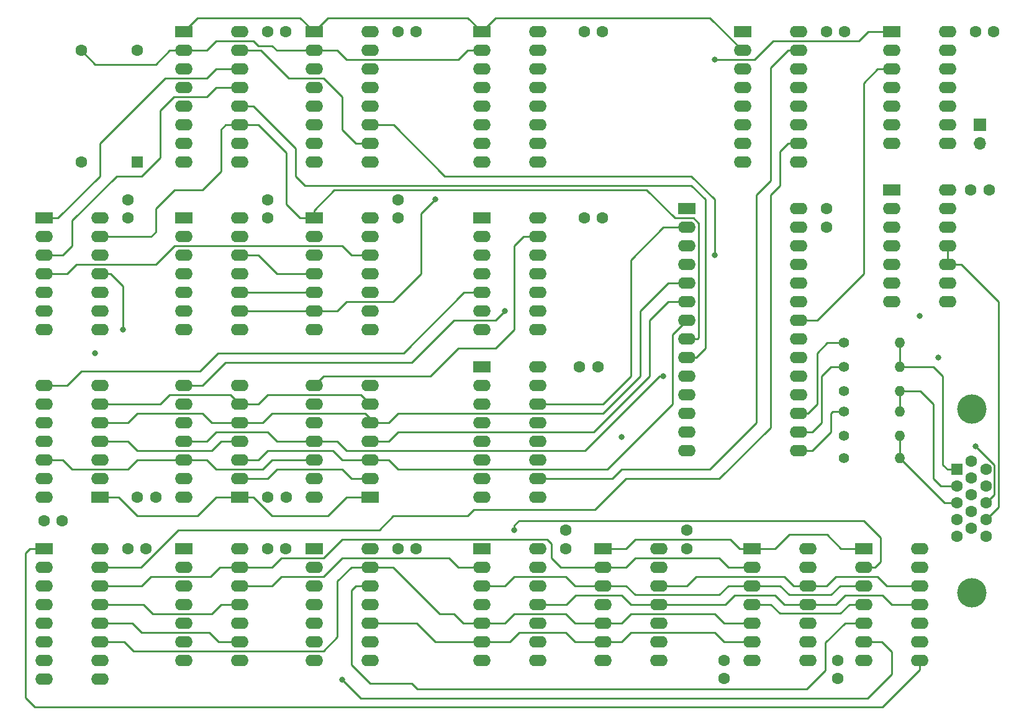
<source format=gbr>
%TF.GenerationSoftware,KiCad,Pcbnew,(5.1.8-0-10_14)*%
%TF.CreationDate,2020-12-16T20:41:27-08:00*%
%TF.ProjectId,BEN_VGA,42454e5f-5647-4412-9e6b-696361645f70,1.0*%
%TF.SameCoordinates,Original*%
%TF.FileFunction,Copper,L3,Inr*%
%TF.FilePolarity,Positive*%
%FSLAX46Y46*%
G04 Gerber Fmt 4.6, Leading zero omitted, Abs format (unit mm)*
G04 Created by KiCad (PCBNEW (5.1.8-0-10_14)) date 2020-12-16 20:41:27*
%MOMM*%
%LPD*%
G01*
G04 APERTURE LIST*
%TA.AperFunction,ComponentPad*%
%ADD10C,1.600000*%
%TD*%
%TA.AperFunction,ComponentPad*%
%ADD11O,2.400000X1.600000*%
%TD*%
%TA.AperFunction,ComponentPad*%
%ADD12R,2.400000X1.600000*%
%TD*%
%TA.AperFunction,ComponentPad*%
%ADD13R,1.600000X1.600000*%
%TD*%
%TA.AperFunction,ComponentPad*%
%ADD14O,1.700000X1.700000*%
%TD*%
%TA.AperFunction,ComponentPad*%
%ADD15R,1.700000X1.700000*%
%TD*%
%TA.AperFunction,ComponentPad*%
%ADD16O,1.400000X1.400000*%
%TD*%
%TA.AperFunction,ComponentPad*%
%ADD17C,1.400000*%
%TD*%
%TA.AperFunction,ComponentPad*%
%ADD18C,4.000000*%
%TD*%
%TA.AperFunction,ViaPad*%
%ADD19C,0.800000*%
%TD*%
%TA.AperFunction,Conductor*%
%ADD20C,0.254000*%
%TD*%
G04 APERTURE END LIST*
D10*
%TO.N,+5V*%
%TO.C,C22*%
X204470000Y-93980000D03*
%TO.N,GND*%
X204470000Y-96480000D03*
%TD*%
D11*
%TO.N,+5V*%
%TO.C,U12*%
X200660000Y-69850000D03*
%TO.N,GND*%
X193040000Y-87630000D03*
%TO.N,Net-(U12-Pad15)*%
X200660000Y-72390000D03*
%TO.N,+5V*%
X193040000Y-85090000D03*
%TO.N,/VSync/Q4*%
X200660000Y-74930000D03*
%TO.N,N/C*%
X193040000Y-82550000D03*
%TO.N,/VSync/Q5*%
X200660000Y-77470000D03*
%TO.N,N/C*%
X193040000Y-80010000D03*
%TO.N,/VSync/Q6*%
X200660000Y-80010000D03*
%TO.N,N/C*%
X193040000Y-77470000D03*
%TO.N,/VSync/Q7*%
X200660000Y-82550000D03*
%TO.N,N/C*%
X193040000Y-74930000D03*
%TO.N,Net-(U11-Pad15)*%
X200660000Y-85090000D03*
%TO.N,/HSync/264*%
X193040000Y-72390000D03*
%TO.N,+5V*%
X200660000Y-87630000D03*
D12*
%TO.N,Net-(U11-Pad1)*%
X193040000Y-69850000D03*
%TD*%
D11*
%TO.N,+5V*%
%TO.C,U10*%
X165100000Y-95250000D03*
%TO.N,GND*%
X157480000Y-110490000D03*
%TO.N,Net-(U10-Pad13)*%
X165100000Y-97790000D03*
%TO.N,Net-(U10-Pad2)*%
X157480000Y-107950000D03*
%TO.N,Net-(U10-Pad12)*%
X165100000Y-100330000D03*
%TO.N,Net-(U10-Pad5)*%
X157480000Y-105410000D03*
%TO.N,HSYNC*%
X165100000Y-102870000D03*
%TO.N,/HSync/HBLANK*%
X157480000Y-102870000D03*
%TO.N,HSYNC*%
X165100000Y-105410000D03*
%TO.N,/HSync/HBLANK*%
X157480000Y-100330000D03*
%TO.N,Net-(U10-Pad9)*%
X165100000Y-107950000D03*
%TO.N,Net-(U10-Pad2)*%
X157480000Y-97790000D03*
%TO.N,Net-(U10-Pad12)*%
X165100000Y-110490000D03*
D12*
%TO.N,/HSync/264*%
X157480000Y-95250000D03*
%TD*%
D11*
%TO.N,+5V*%
%TO.C,U23*%
X220980000Y-69850000D03*
%TO.N,GND*%
X213360000Y-85090000D03*
%TO.N,N/C*%
X220980000Y-72390000D03*
X213360000Y-82550000D03*
X220980000Y-74930000D03*
X213360000Y-80010000D03*
X220980000Y-77470000D03*
X213360000Y-77470000D03*
X220980000Y-80010000D03*
%TO.N,Net-(U22-Pad22)*%
X213360000Y-74930000D03*
%TO.N,N/C*%
X220980000Y-82550000D03*
%TO.N,/VSync/VBLANK*%
X213360000Y-72390000D03*
%TO.N,N/C*%
X220980000Y-85090000D03*
D12*
%TO.N,/HSync/HBLANK*%
X213360000Y-69850000D03*
%TD*%
D11*
%TO.N,GND*%
%TO.C,U19*%
X217170000Y-140335000D03*
%TO.N,+5V*%
X209550000Y-155575000D03*
%TO.N,N/C*%
X217170000Y-142875000D03*
%TO.N,/VSync/Q5*%
X209550000Y-153035000D03*
%TO.N,/VSync/Q4*%
X217170000Y-145415000D03*
%TO.N,Net-(U15-Pad12)*%
X209550000Y-150495000D03*
%TO.N,/VSync/Q6*%
X217170000Y-147955000D03*
%TO.N,/VSync/Q2*%
X209550000Y-147955000D03*
%TO.N,N/C*%
X217170000Y-150495000D03*
%TO.N,Net-(U14-Pad10)*%
X209550000Y-145415000D03*
%TO.N,N/C*%
X217170000Y-153035000D03*
%TO.N,Net-(U14-Pad12)*%
X209550000Y-142875000D03*
%TO.N,Net-(U11-Pad1)*%
X217170000Y-155575000D03*
D12*
%TO.N,/VSync/Q9*%
X209550000Y-140335000D03*
%TD*%
D11*
%TO.N,GND*%
%TO.C,U18*%
X201930000Y-140335000D03*
%TO.N,+5V*%
X194310000Y-155575000D03*
%TO.N,N/C*%
X201930000Y-142875000D03*
%TO.N,Net-(U15-Pad10)*%
X194310000Y-153035000D03*
%TO.N,/VSync/Q4*%
X201930000Y-145415000D03*
%TO.N,/VSync/Q3*%
X194310000Y-150495000D03*
%TO.N,/VSync/Q6*%
X201930000Y-147955000D03*
%TO.N,/VSync/Q2*%
X194310000Y-147955000D03*
%TO.N,N/C*%
X201930000Y-150495000D03*
%TO.N,Net-(U14-Pad10)*%
X194310000Y-145415000D03*
%TO.N,N/C*%
X201930000Y-153035000D03*
%TO.N,/VSync/Q0*%
X194310000Y-142875000D03*
%TO.N,Net-(U18-Pad8)*%
X201930000Y-155575000D03*
D12*
%TO.N,/VSync/Q9*%
X194310000Y-140335000D03*
%TD*%
D11*
%TO.N,+5V*%
%TO.C,U17*%
X181610000Y-140335000D03*
%TO.N,GND*%
X173990000Y-155575000D03*
%TO.N,N/C*%
X181610000Y-142875000D03*
%TO.N,Net-(U15-Pad10)*%
X173990000Y-153035000D03*
%TO.N,/VSync/Q4*%
X181610000Y-145415000D03*
%TO.N,/VSync/Q3*%
X173990000Y-150495000D03*
%TO.N,/VSync/Q6*%
X181610000Y-147955000D03*
%TO.N,Net-(U14-Pad8)*%
X173990000Y-147955000D03*
%TO.N,N/C*%
X181610000Y-150495000D03*
%TO.N,Net-(U14-Pad10)*%
X173990000Y-145415000D03*
%TO.N,N/C*%
X181610000Y-153035000D03*
%TO.N,/VSync/Q0*%
X173990000Y-142875000D03*
%TO.N,Net-(U17-Pad8)*%
X181610000Y-155575000D03*
D12*
%TO.N,/VSync/Q9*%
X173990000Y-140335000D03*
%TD*%
D11*
%TO.N,+5V*%
%TO.C,U16*%
X165100000Y-140335000D03*
%TO.N,GND*%
X157480000Y-155575000D03*
%TO.N,N/C*%
X165100000Y-142875000D03*
%TO.N,Net-(U15-Pad10)*%
X157480000Y-153035000D03*
%TO.N,/VSync/Q4*%
X165100000Y-145415000D03*
%TO.N,/VSync/Q3*%
X157480000Y-150495000D03*
%TO.N,/VSync/Q6*%
X165100000Y-147955000D03*
%TO.N,Net-(U14-Pad8)*%
X157480000Y-147955000D03*
%TO.N,N/C*%
X165100000Y-150495000D03*
%TO.N,Net-(U14-Pad10)*%
X157480000Y-145415000D03*
%TO.N,N/C*%
X165100000Y-153035000D03*
%TO.N,Net-(U14-Pad12)*%
X157480000Y-142875000D03*
%TO.N,Net-(U16-Pad8)*%
X165100000Y-155575000D03*
D12*
%TO.N,/VSync/Q9*%
X157480000Y-140335000D03*
%TD*%
D11*
%TO.N,+5V*%
%TO.C,U15*%
X142240000Y-140335000D03*
%TO.N,GND*%
X134620000Y-155575000D03*
%TO.N,/VSync/Q3*%
X142240000Y-142875000D03*
%TO.N,N/C*%
X134620000Y-153035000D03*
%TO.N,Net-(U15-Pad12)*%
X142240000Y-145415000D03*
%TO.N,N/C*%
X134620000Y-150495000D03*
%TO.N,/VSync/Q5*%
X142240000Y-147955000D03*
%TO.N,N/C*%
X134620000Y-147955000D03*
%TO.N,Net-(U15-Pad10)*%
X142240000Y-150495000D03*
%TO.N,N/C*%
X134620000Y-145415000D03*
X142240000Y-153035000D03*
X134620000Y-142875000D03*
X142240000Y-155575000D03*
D12*
X134620000Y-140335000D03*
%TD*%
D11*
%TO.N,+5V*%
%TO.C,U14*%
X124460000Y-140335000D03*
%TO.N,GND*%
X116840000Y-155575000D03*
%TO.N,/VSync/Q0*%
X124460000Y-142875000D03*
%TO.N,N/C*%
X116840000Y-153035000D03*
%TO.N,Net-(U14-Pad12)*%
X124460000Y-145415000D03*
%TO.N,N/C*%
X116840000Y-150495000D03*
%TO.N,/VSync/Q1*%
X124460000Y-147955000D03*
%TO.N,N/C*%
X116840000Y-147955000D03*
%TO.N,Net-(U14-Pad10)*%
X124460000Y-150495000D03*
%TO.N,N/C*%
X116840000Y-145415000D03*
%TO.N,/VSync/Q2*%
X124460000Y-153035000D03*
%TO.N,N/C*%
X116840000Y-142875000D03*
%TO.N,Net-(U14-Pad8)*%
X124460000Y-155575000D03*
D12*
%TO.N,N/C*%
X116840000Y-140335000D03*
%TD*%
D11*
%TO.N,+5V*%
%TO.C,U13*%
X165100000Y-115570000D03*
%TO.N,GND*%
X157480000Y-133350000D03*
%TO.N,N/C*%
X165100000Y-118110000D03*
%TO.N,+5V*%
X157480000Y-130810000D03*
%TO.N,/VSync/Q8*%
X165100000Y-120650000D03*
%TO.N,N/C*%
X157480000Y-128270000D03*
%TO.N,/VSync/Q9*%
X165100000Y-123190000D03*
%TO.N,N/C*%
X157480000Y-125730000D03*
X165100000Y-125730000D03*
X157480000Y-123190000D03*
X165100000Y-128270000D03*
X157480000Y-120650000D03*
%TO.N,Net-(U12-Pad15)*%
X165100000Y-130810000D03*
%TO.N,/HSync/264*%
X157480000Y-118110000D03*
%TO.N,+5V*%
X165100000Y-133350000D03*
D12*
%TO.N,Net-(U11-Pad1)*%
X157480000Y-115570000D03*
%TD*%
D11*
%TO.N,+5V*%
%TO.C,U11*%
X105410000Y-140335000D03*
%TO.N,GND*%
X97790000Y-158115000D03*
%TO.N,Net-(U11-Pad15)*%
X105410000Y-142875000D03*
%TO.N,+5V*%
X97790000Y-155575000D03*
%TO.N,/VSync/Q0*%
X105410000Y-145415000D03*
%TO.N,N/C*%
X97790000Y-153035000D03*
%TO.N,/VSync/Q1*%
X105410000Y-147955000D03*
%TO.N,N/C*%
X97790000Y-150495000D03*
%TO.N,/VSync/Q2*%
X105410000Y-150495000D03*
%TO.N,N/C*%
X97790000Y-147955000D03*
%TO.N,/VSync/Q3*%
X105410000Y-153035000D03*
%TO.N,N/C*%
X97790000Y-145415000D03*
%TO.N,+5V*%
X105410000Y-155575000D03*
%TO.N,/HSync/264*%
X97790000Y-142875000D03*
%TO.N,+5V*%
X105410000Y-158115000D03*
D12*
%TO.N,Net-(U11-Pad1)*%
X97790000Y-140335000D03*
%TD*%
D10*
%TO.N,GND*%
%TO.C,X1*%
X110490000Y-72390000D03*
%TO.N,/HSync/CLK*%
X102870000Y-72390000D03*
%TO.N,+5V*%
X102870000Y-87630000D03*
D13*
X110490000Y-87630000D03*
%TD*%
D11*
%TO.N,+5V*%
%TO.C,U20*%
X220980000Y-91440000D03*
%TO.N,GND*%
X213360000Y-106680000D03*
%TO.N,Net-(U18-Pad8)*%
X220980000Y-93980000D03*
%TO.N,Net-(U20-Pad2)*%
X213360000Y-104140000D03*
%TO.N,Net-(U20-Pad12)*%
X220980000Y-96520000D03*
%TO.N,Net-(U16-Pad8)*%
X213360000Y-101600000D03*
%TO.N,VSYNC*%
X220980000Y-99060000D03*
%TO.N,/VSync/VBLANK*%
X213360000Y-99060000D03*
%TO.N,VSYNC*%
X220980000Y-101600000D03*
%TO.N,/VSync/VBLANK*%
X213360000Y-96520000D03*
%TO.N,Net-(U17-Pad8)*%
X220980000Y-104140000D03*
%TO.N,Net-(U20-Pad2)*%
X213360000Y-93980000D03*
%TO.N,Net-(U20-Pad12)*%
X220980000Y-106680000D03*
D12*
%TO.N,Net-(U11-Pad1)*%
X213360000Y-91440000D03*
%TD*%
D11*
%TO.N,+5V*%
%TO.C,U9*%
X142240000Y-95250000D03*
%TO.N,GND*%
X134620000Y-110490000D03*
%TO.N,N/C*%
X142240000Y-97790000D03*
%TO.N,/HSync/Q8*%
X134620000Y-107950000D03*
%TO.N,Net-(U4-Pad4)*%
X142240000Y-100330000D03*
%TO.N,Net-(U5-Pad10)*%
X134620000Y-105410000D03*
%TO.N,Net-(U4-Pad6)*%
X142240000Y-102870000D03*
%TO.N,Net-(U5-Pad12)*%
X134620000Y-102870000D03*
%TO.N,N/C*%
X142240000Y-105410000D03*
%TO.N,Net-(U4-Pad8)*%
X134620000Y-100330000D03*
%TO.N,N/C*%
X142240000Y-107950000D03*
%TO.N,Net-(U4-Pad10)*%
X134620000Y-97790000D03*
%TO.N,/HSync/264*%
X142240000Y-110490000D03*
D12*
%TO.N,/HSync/Q3*%
X134620000Y-95250000D03*
%TD*%
D11*
%TO.N,+5V*%
%TO.C,U8*%
X134620000Y-133350000D03*
%TO.N,GND*%
X142240000Y-118110000D03*
%TO.N,N/C*%
X134620000Y-130810000D03*
%TO.N,/HSync/Q7*%
X142240000Y-120650000D03*
%TO.N,Net-(U4-Pad2)*%
X134620000Y-128270000D03*
%TO.N,/HSync/Q6*%
X142240000Y-123190000D03*
%TO.N,/HSync/Q1*%
X134620000Y-125730000D03*
%TO.N,/HSync/Q5*%
X142240000Y-125730000D03*
%TO.N,N/C*%
X134620000Y-123190000D03*
%TO.N,/HSync/Q4*%
X142240000Y-128270000D03*
%TO.N,N/C*%
X134620000Y-120650000D03*
%TO.N,Net-(U4-Pad12)*%
X142240000Y-130810000D03*
%TO.N,Net-(U10-Pad13)*%
X134620000Y-118110000D03*
D12*
%TO.N,Net-(U4-Pad6)*%
X142240000Y-133350000D03*
%TD*%
D11*
%TO.N,+5V*%
%TO.C,U7*%
X116840000Y-133350000D03*
%TO.N,GND*%
X124460000Y-118110000D03*
%TO.N,N/C*%
X116840000Y-130810000D03*
%TO.N,/HSync/Q7*%
X124460000Y-120650000D03*
%TO.N,Net-(U4-Pad2)*%
X116840000Y-128270000D03*
%TO.N,/HSync/Q6*%
X124460000Y-123190000D03*
%TO.N,/HSync/Q1*%
X116840000Y-125730000D03*
%TO.N,Net-(U4-Pad8)*%
X124460000Y-125730000D03*
%TO.N,N/C*%
X116840000Y-123190000D03*
%TO.N,/HSync/Q4*%
X124460000Y-128270000D03*
%TO.N,N/C*%
X116840000Y-120650000D03*
%TO.N,Net-(U4-Pad12)*%
X124460000Y-130810000D03*
%TO.N,Net-(U10-Pad9)*%
X116840000Y-118110000D03*
D12*
%TO.N,Net-(U4-Pad6)*%
X124460000Y-133350000D03*
%TD*%
D11*
%TO.N,+5V*%
%TO.C,U6*%
X97790000Y-133350000D03*
%TO.N,GND*%
X105410000Y-118110000D03*
%TO.N,N/C*%
X97790000Y-130810000D03*
%TO.N,/HSync/Q7*%
X105410000Y-120650000D03*
%TO.N,Net-(U4-Pad2)*%
X97790000Y-128270000D03*
%TO.N,/HSync/Q6*%
X105410000Y-123190000D03*
%TO.N,Net-(U4-Pad4)*%
X97790000Y-125730000D03*
%TO.N,Net-(U4-Pad8)*%
X105410000Y-125730000D03*
%TO.N,N/C*%
X97790000Y-123190000D03*
%TO.N,Net-(U4-Pad10)*%
X105410000Y-128270000D03*
%TO.N,N/C*%
X97790000Y-120650000D03*
%TO.N,/HSync/Q3*%
X105410000Y-130810000D03*
%TO.N,Net-(U10-Pad5)*%
X97790000Y-118110000D03*
D12*
%TO.N,Net-(U4-Pad6)*%
X105410000Y-133350000D03*
%TD*%
D11*
%TO.N,+5V*%
%TO.C,U3*%
X165100000Y-69850000D03*
%TO.N,GND*%
X157480000Y-87630000D03*
%TO.N,N/C*%
X165100000Y-72390000D03*
%TO.N,+5V*%
X157480000Y-85090000D03*
%TO.N,/HSync/Q8*%
X165100000Y-74930000D03*
%TO.N,N/C*%
X157480000Y-82550000D03*
X165100000Y-77470000D03*
X157480000Y-80010000D03*
X165100000Y-80010000D03*
X157480000Y-77470000D03*
X165100000Y-82550000D03*
X157480000Y-74930000D03*
%TO.N,Net-(U2-Pad15)*%
X165100000Y-85090000D03*
%TO.N,/HSync/CLK*%
X157480000Y-72390000D03*
%TO.N,+5V*%
X165100000Y-87630000D03*
D12*
%TO.N,/HSync/264*%
X157480000Y-69850000D03*
%TD*%
D11*
%TO.N,+5V*%
%TO.C,U2*%
X142240000Y-69850000D03*
%TO.N,GND*%
X134620000Y-87630000D03*
%TO.N,Net-(U2-Pad15)*%
X142240000Y-72390000D03*
%TO.N,+5V*%
X134620000Y-85090000D03*
%TO.N,/HSync/Q4*%
X142240000Y-74930000D03*
%TO.N,N/C*%
X134620000Y-82550000D03*
%TO.N,/HSync/Q5*%
X142240000Y-77470000D03*
%TO.N,N/C*%
X134620000Y-80010000D03*
%TO.N,/HSync/Q6*%
X142240000Y-80010000D03*
%TO.N,N/C*%
X134620000Y-77470000D03*
%TO.N,/HSync/Q7*%
X142240000Y-82550000D03*
%TO.N,N/C*%
X134620000Y-74930000D03*
%TO.N,Net-(U1-Pad15)*%
X142240000Y-85090000D03*
%TO.N,/HSync/CLK*%
X134620000Y-72390000D03*
%TO.N,+5V*%
X142240000Y-87630000D03*
D12*
%TO.N,/HSync/264*%
X134620000Y-69850000D03*
%TD*%
D11*
%TO.N,+5V*%
%TO.C,U1*%
X124460000Y-69850000D03*
%TO.N,GND*%
X116840000Y-87630000D03*
%TO.N,Net-(U1-Pad15)*%
X124460000Y-72390000D03*
%TO.N,+5V*%
X116840000Y-85090000D03*
%TO.N,/HSync/Q0*%
X124460000Y-74930000D03*
%TO.N,N/C*%
X116840000Y-82550000D03*
%TO.N,/HSync/Q1*%
X124460000Y-77470000D03*
%TO.N,N/C*%
X116840000Y-80010000D03*
%TO.N,/HSync/Q2*%
X124460000Y-80010000D03*
%TO.N,N/C*%
X116840000Y-77470000D03*
%TO.N,/HSync/Q3*%
X124460000Y-82550000D03*
%TO.N,N/C*%
X116840000Y-74930000D03*
%TO.N,+5V*%
X124460000Y-85090000D03*
%TO.N,/HSync/CLK*%
X116840000Y-72390000D03*
%TO.N,+5V*%
X124460000Y-87630000D03*
D12*
%TO.N,/HSync/264*%
X116840000Y-69850000D03*
%TD*%
D11*
%TO.N,+5V*%
%TO.C,U5*%
X124460000Y-95250000D03*
%TO.N,GND*%
X116840000Y-110490000D03*
%TO.N,/HSync/Q6*%
X124460000Y-97790000D03*
%TO.N,N/C*%
X116840000Y-107950000D03*
%TO.N,Net-(U5-Pad12)*%
X124460000Y-100330000D03*
%TO.N,N/C*%
X116840000Y-105410000D03*
%TO.N,/HSync/Q7*%
X124460000Y-102870000D03*
%TO.N,N/C*%
X116840000Y-102870000D03*
%TO.N,Net-(U5-Pad10)*%
X124460000Y-105410000D03*
%TO.N,N/C*%
X116840000Y-100330000D03*
%TO.N,/HSync/Q8*%
X124460000Y-107950000D03*
%TO.N,N/C*%
X116840000Y-97790000D03*
X124460000Y-110490000D03*
D12*
X116840000Y-95250000D03*
%TD*%
D11*
%TO.N,+5V*%
%TO.C,U4*%
X105410000Y-95250000D03*
%TO.N,GND*%
X97790000Y-110490000D03*
%TO.N,/HSync/Q3*%
X105410000Y-97790000D03*
%TO.N,Net-(U4-Pad6)*%
X97790000Y-107950000D03*
%TO.N,Net-(U4-Pad12)*%
X105410000Y-100330000D03*
%TO.N,/HSync/Q2*%
X97790000Y-105410000D03*
%TO.N,/HSync/Q4*%
X105410000Y-102870000D03*
%TO.N,Net-(U4-Pad4)*%
X97790000Y-102870000D03*
%TO.N,Net-(U4-Pad10)*%
X105410000Y-105410000D03*
%TO.N,/HSync/Q1*%
X97790000Y-100330000D03*
%TO.N,/HSync/Q5*%
X105410000Y-107950000D03*
%TO.N,Net-(U4-Pad2)*%
X97790000Y-97790000D03*
%TO.N,Net-(U4-Pad8)*%
X105410000Y-110490000D03*
D12*
%TO.N,/HSync/Q0*%
X97790000Y-95250000D03*
%TD*%
D11*
%TO.N,+5V*%
%TO.C,U22*%
X200660000Y-93980000D03*
%TO.N,GND*%
X185420000Y-127000000D03*
%TO.N,+5V*%
X200660000Y-96520000D03*
%TO.N,Net-(R4-Pad1)*%
X185420000Y-124460000D03*
%TO.N,/VSync/Q9*%
X200660000Y-99060000D03*
%TO.N,Net-(R5-Pad1)*%
X185420000Y-121920000D03*
%TO.N,/VSync/Q4*%
X200660000Y-101600000D03*
%TO.N,Net-(R6-Pad1)*%
X185420000Y-119380000D03*
%TO.N,/VSync/Q5*%
X200660000Y-104140000D03*
%TO.N,/HSync/Q1*%
X185420000Y-116840000D03*
%TO.N,/VSync/Q7*%
X200660000Y-106680000D03*
%TO.N,/HSync/Q2*%
X185420000Y-114300000D03*
%TO.N,Net-(U22-Pad22)*%
X200660000Y-109220000D03*
%TO.N,/HSync/Q3*%
X185420000Y-111760000D03*
%TO.N,/VSync/Q6*%
X200660000Y-111760000D03*
%TO.N,/HSync/Q4*%
X185420000Y-109220000D03*
%TO.N,GND*%
X200660000Y-114300000D03*
%TO.N,/HSync/Q5*%
X185420000Y-106680000D03*
%TO.N,N/C*%
X200660000Y-116840000D03*
%TO.N,/HSync/Q6*%
X185420000Y-104140000D03*
%TO.N,N/C*%
X200660000Y-119380000D03*
%TO.N,/HSync/Q7*%
X185420000Y-101600000D03*
%TO.N,Net-(R1-Pad1)*%
X200660000Y-121920000D03*
%TO.N,/VSync/Q3*%
X185420000Y-99060000D03*
%TO.N,Net-(R2-Pad1)*%
X200660000Y-124460000D03*
%TO.N,/VSync/Q8*%
X185420000Y-96520000D03*
%TO.N,Net-(R3-Pad1)*%
X200660000Y-127000000D03*
D12*
%TO.N,GND*%
X185420000Y-93980000D03*
%TD*%
D14*
%TO.N,GND*%
%TO.C,J2*%
X225425000Y-85090000D03*
D15*
%TO.N,+5V*%
X225425000Y-82550000D03*
%TD*%
D10*
%TO.N,+5V*%
%TO.C,C21*%
X224790000Y-69850000D03*
%TO.N,GND*%
X227290000Y-69850000D03*
%TD*%
%TO.N,+5V*%
%TO.C,C20*%
X224155000Y-91440000D03*
%TO.N,GND*%
X226655000Y-91440000D03*
%TD*%
%TO.N,+5V*%
%TO.C,C19*%
X205994000Y-155575000D03*
%TO.N,GND*%
X205994000Y-158075000D03*
%TD*%
%TO.N,+5V*%
%TO.C,C18*%
X190500000Y-155575000D03*
%TO.N,GND*%
X190500000Y-158075000D03*
%TD*%
%TO.N,+5V*%
%TO.C,C17*%
X185420000Y-140335000D03*
%TO.N,GND*%
X185420000Y-137835000D03*
%TD*%
%TO.N,+5V*%
%TO.C,C16*%
X168910000Y-140335000D03*
%TO.N,GND*%
X168910000Y-137835000D03*
%TD*%
%TO.N,+5V*%
%TO.C,C15*%
X146050000Y-140335000D03*
%TO.N,GND*%
X148550000Y-140335000D03*
%TD*%
%TO.N,+5V*%
%TO.C,C14*%
X128270000Y-140335000D03*
%TO.N,GND*%
X130770000Y-140335000D03*
%TD*%
%TO.N,+5V*%
%TO.C,C13*%
X170815000Y-115570000D03*
%TO.N,GND*%
X173315000Y-115570000D03*
%TD*%
%TO.N,+5V*%
%TO.C,C12*%
X204470000Y-69850000D03*
%TO.N,GND*%
X206970000Y-69850000D03*
%TD*%
%TO.N,+5V*%
%TO.C,C11*%
X109220000Y-140335000D03*
%TO.N,GND*%
X111720000Y-140335000D03*
%TD*%
%TO.N,+5V*%
%TO.C,C10*%
X171450000Y-95250000D03*
%TO.N,GND*%
X173950000Y-95250000D03*
%TD*%
%TO.N,+5V*%
%TO.C,C9*%
X146050000Y-95250000D03*
%TO.N,GND*%
X146050000Y-92750000D03*
%TD*%
%TO.N,+5V*%
%TO.C,C8*%
X130810000Y-133350000D03*
%TO.N,GND*%
X128310000Y-133350000D03*
%TD*%
%TO.N,+5V*%
%TO.C,C7*%
X113030000Y-133350000D03*
%TO.N,GND*%
X110530000Y-133350000D03*
%TD*%
%TO.N,+5V*%
%TO.C,C6*%
X97790000Y-136525000D03*
%TO.N,GND*%
X100290000Y-136525000D03*
%TD*%
%TO.N,+5V*%
%TO.C,C5*%
X128270000Y-95250000D03*
%TO.N,GND*%
X128270000Y-92750000D03*
%TD*%
%TO.N,+5V*%
%TO.C,C4*%
X109220000Y-95250000D03*
%TO.N,GND*%
X109220000Y-92750000D03*
%TD*%
%TO.N,+5V*%
%TO.C,C3*%
X171450000Y-69850000D03*
%TO.N,GND*%
X173950000Y-69850000D03*
%TD*%
%TO.N,+5V*%
%TO.C,C2*%
X146050000Y-69850000D03*
%TO.N,GND*%
X148550000Y-69850000D03*
%TD*%
%TO.N,+5V*%
%TO.C,C1*%
X128270000Y-69850000D03*
%TO.N,GND*%
X130770000Y-69850000D03*
%TD*%
D16*
%TO.N,Net-(J1-Pad3)*%
%TO.C,R6*%
X214503000Y-128016000D03*
D17*
%TO.N,Net-(R6-Pad1)*%
X206883000Y-128016000D03*
%TD*%
D16*
%TO.N,Net-(J1-Pad3)*%
%TO.C,R5*%
X214503000Y-124968000D03*
D17*
%TO.N,Net-(R5-Pad1)*%
X206883000Y-124968000D03*
%TD*%
D16*
%TO.N,Net-(J1-Pad2)*%
%TO.C,R4*%
X214503000Y-118872000D03*
D17*
%TO.N,Net-(R4-Pad1)*%
X206883000Y-118872000D03*
%TD*%
D16*
%TO.N,Net-(J1-Pad2)*%
%TO.C,R3*%
X214503000Y-121666000D03*
D17*
%TO.N,Net-(R3-Pad1)*%
X206883000Y-121666000D03*
%TD*%
D16*
%TO.N,Net-(J1-Pad1)*%
%TO.C,R2*%
X214503000Y-115570000D03*
D17*
%TO.N,Net-(R2-Pad1)*%
X206883000Y-115570000D03*
%TD*%
D16*
%TO.N,Net-(J1-Pad1)*%
%TO.C,R1*%
X214503000Y-112268000D03*
D17*
%TO.N,Net-(R1-Pad1)*%
X206883000Y-112268000D03*
%TD*%
D18*
%TO.N,N/C*%
%TO.C,J1*%
X224300000Y-121355000D03*
X224300000Y-146355000D03*
D10*
X226210000Y-138700000D03*
%TO.N,VSYNC*%
X226210000Y-136410000D03*
%TO.N,HSYNC*%
X226210000Y-134120000D03*
%TO.N,N/C*%
X226210000Y-131830000D03*
X226210000Y-129540000D03*
%TO.N,GND*%
X224230000Y-137555000D03*
%TO.N,N/C*%
X224230000Y-135265000D03*
%TO.N,GND*%
X224230000Y-132975000D03*
X224230000Y-130685000D03*
X224230000Y-128395000D03*
X222250000Y-138700000D03*
%TO.N,N/C*%
X222250000Y-136410000D03*
%TO.N,Net-(J1-Pad3)*%
X222250000Y-134120000D03*
%TO.N,Net-(J1-Pad2)*%
X222250000Y-131830000D03*
D13*
%TO.N,Net-(J1-Pad1)*%
X222250000Y-129540000D03*
%TD*%
D19*
%TO.N,HSYNC*%
X224790000Y-126365000D03*
%TO.N,/HSync/Q1*%
X182245000Y-116840000D03*
X104775000Y-113665006D03*
%TO.N,/HSync/Q4*%
X108585000Y-110490000D03*
%TO.N,/HSync/Q7*%
X189230000Y-100330000D03*
%TO.N,/HSync/HBLANK*%
X189230000Y-73660000D03*
%TO.N,/HSync/Q8*%
X151130000Y-92710006D03*
%TO.N,/VSync/Q9*%
X176530000Y-125095000D03*
%TO.N,/VSync/Q5*%
X219710000Y-114300000D03*
X138430000Y-158207014D03*
%TO.N,Net-(U14-Pad12)*%
X161925000Y-137795000D03*
%TO.N,Net-(U10-Pad9)*%
X160655000Y-107950000D03*
%TO.N,Net-(U16-Pad8)*%
X217170000Y-108585000D03*
%TD*%
D20*
%TO.N,/HSync/CLK*%
X102870000Y-72390000D02*
X104775000Y-74295000D01*
X104775000Y-74295000D02*
X113030000Y-74295000D01*
X114935000Y-72390000D02*
X116840000Y-72390000D01*
X113030000Y-74295000D02*
X114935000Y-72390000D01*
X155575000Y-72390000D02*
X157480000Y-72390000D01*
X139065000Y-73644010D02*
X154320990Y-73644010D01*
X129540000Y-72390000D02*
X137810990Y-72390000D01*
X128905000Y-71755000D02*
X129540000Y-72390000D01*
X121285000Y-71120000D02*
X126365000Y-71120000D01*
X126365000Y-71120000D02*
X127000000Y-71755000D01*
X154320990Y-73644010D02*
X155575000Y-72390000D01*
X120015000Y-72390000D02*
X121285000Y-71120000D01*
X127000000Y-71755000D02*
X128905000Y-71755000D01*
X137810990Y-72390000D02*
X139065000Y-73644010D01*
X116840000Y-72390000D02*
X120015000Y-72390000D01*
%TO.N,/HSync/264*%
X118745000Y-67945000D02*
X132715000Y-67945000D01*
X132715000Y-67945000D02*
X134620000Y-69850000D01*
X116840000Y-69850000D02*
X118745000Y-67945000D01*
X136525000Y-67945000D02*
X134620000Y-69850000D01*
X157480000Y-69850000D02*
X155575000Y-67945000D01*
X155575000Y-67945000D02*
X136525000Y-67945000D01*
X159385000Y-67945000D02*
X157480000Y-69850000D01*
X188595000Y-67945000D02*
X159385000Y-67945000D01*
X193040000Y-72390000D02*
X188595000Y-67945000D01*
%TO.N,HSYNC*%
X227337001Y-128912001D02*
X224790000Y-126365000D01*
X227337001Y-132992999D02*
X227337001Y-128912001D01*
X226210000Y-134120000D02*
X227337001Y-132992999D01*
%TO.N,Net-(J1-Pad3)*%
X214503000Y-128016000D02*
X214503000Y-124968000D01*
X220607000Y-134120000D02*
X214503000Y-128016000D01*
X222250000Y-134120000D02*
X220607000Y-134120000D01*
%TO.N,Net-(J1-Pad2)*%
X214503000Y-118872000D02*
X214503000Y-121666000D01*
X214630000Y-118745000D02*
X214503000Y-118872000D01*
X217297000Y-118872000D02*
X214503000Y-118872000D01*
X219075000Y-130810000D02*
X219075000Y-120650000D01*
X220095000Y-131830000D02*
X219075000Y-130810000D01*
X219075000Y-120650000D02*
X217297000Y-118872000D01*
X222250000Y-131830000D02*
X220095000Y-131830000D01*
%TO.N,Net-(J1-Pad1)*%
X214757000Y-115824000D02*
X214503000Y-115570000D01*
X214503000Y-112268000D02*
X214503000Y-115570000D01*
X220345000Y-128905000D02*
X220980000Y-129540000D01*
X220345000Y-116840000D02*
X220345000Y-128905000D01*
X219075000Y-115570000D02*
X220345000Y-116840000D01*
X220980000Y-129540000D02*
X222250000Y-129540000D01*
X214503000Y-115570000D02*
X219075000Y-115570000D01*
%TO.N,Net-(R1-Pad1)*%
X203200000Y-120650000D02*
X201930000Y-121920000D01*
X201930000Y-121920000D02*
X200660000Y-121920000D01*
X204597000Y-112268000D02*
X203200000Y-113665000D01*
X203200000Y-113665000D02*
X203200000Y-120650000D01*
X206883000Y-112268000D02*
X204597000Y-112268000D01*
%TO.N,Net-(R2-Pad1)*%
X203835000Y-123190000D02*
X203835000Y-116840000D01*
X205105000Y-115570000D02*
X206883000Y-115570000D01*
X202565000Y-124460000D02*
X203835000Y-123190000D01*
X203835000Y-116840000D02*
X205105000Y-115570000D01*
X200660000Y-124460000D02*
X202565000Y-124460000D01*
%TO.N,Net-(R3-Pad1)*%
X205359000Y-121666000D02*
X206883000Y-121666000D01*
X205105000Y-124460000D02*
X205105000Y-121920000D01*
X205105000Y-121920000D02*
X205359000Y-121666000D01*
X202565000Y-127000000D02*
X205105000Y-124460000D01*
X200660000Y-127000000D02*
X202565000Y-127000000D01*
%TO.N,/HSync/Q1*%
X120030990Y-78724010D02*
X121285000Y-77470000D01*
X115952553Y-78724010D02*
X120030990Y-78724010D01*
X121285000Y-77470000D02*
X124460000Y-77470000D01*
X171519315Y-127000000D02*
X181679315Y-116840000D01*
X139065000Y-127000000D02*
X171519315Y-127000000D01*
X129540000Y-125730000D02*
X137795000Y-125730000D01*
X121269010Y-124475990D02*
X128285990Y-124475990D01*
X181679315Y-116840000D02*
X182245000Y-116840000D01*
X120015000Y-125730000D02*
X121269010Y-124475990D01*
X128285990Y-124475990D02*
X129540000Y-125730000D01*
X137795000Y-125730000D02*
X139065000Y-127000000D01*
X116840000Y-125730000D02*
X120015000Y-125730000D01*
X116205000Y-78740000D02*
X116220990Y-78724010D01*
X113665000Y-80601998D02*
X115526998Y-78740000D01*
X113665000Y-86995000D02*
X113665000Y-80601998D01*
X111125000Y-89535000D02*
X113665000Y-86995000D01*
X107681563Y-89535000D02*
X111125000Y-89535000D01*
X115526998Y-78740000D02*
X116205000Y-78740000D01*
X101600000Y-95616563D02*
X107681563Y-89535000D01*
X101600000Y-99060000D02*
X101600000Y-95616563D01*
X100330000Y-100330000D02*
X101600000Y-99060000D01*
X97790000Y-100330000D02*
X100330000Y-100330000D01*
%TO.N,/HSync/Q2*%
X186690000Y-114300000D02*
X185420000Y-114300000D01*
X187960000Y-113030000D02*
X186690000Y-114300000D01*
X187960000Y-92710000D02*
X187960000Y-113030000D01*
X186055000Y-90805000D02*
X187960000Y-92710000D01*
X132080000Y-89535000D02*
X133350000Y-90805000D01*
X132080000Y-85725000D02*
X132080000Y-89535000D01*
X133350000Y-90805000D02*
X186055000Y-90805000D01*
X126365000Y-80010000D02*
X132080000Y-85725000D01*
X124460000Y-80010000D02*
X126365000Y-80010000D01*
%TO.N,/HSync/Q3*%
X130810000Y-86360000D02*
X127000000Y-82550000D01*
X127000000Y-82550000D02*
X124460000Y-82550000D01*
X130810000Y-93345000D02*
X130810000Y-86360000D01*
X132715000Y-95250000D02*
X130810000Y-93345000D01*
X134620000Y-95250000D02*
X132715000Y-95250000D01*
X137376000Y-91440000D02*
X134620000Y-94196000D01*
X185420000Y-111760000D02*
X186874000Y-111760000D01*
X186339427Y-95265990D02*
X183794834Y-95265990D01*
X187074010Y-96000573D02*
X186339427Y-95265990D01*
X179968844Y-91440000D02*
X137376000Y-91440000D01*
X183794834Y-95265990D02*
X179968844Y-91440000D01*
X187074010Y-111559990D02*
X187074010Y-96000573D01*
X134620000Y-94196000D02*
X134620000Y-95250000D01*
X186874000Y-111760000D02*
X187074010Y-111559990D01*
X121920000Y-83185000D02*
X122555000Y-82550000D01*
X121920000Y-88900000D02*
X121920000Y-83185000D01*
X119380000Y-91440000D02*
X121920000Y-88900000D01*
X115570000Y-91440000D02*
X119380000Y-91440000D01*
X122555000Y-82550000D02*
X124460000Y-82550000D01*
X113030000Y-93980000D02*
X115570000Y-91440000D01*
X112395000Y-97790000D02*
X113030000Y-97155000D01*
X113030000Y-97155000D02*
X113030000Y-93980000D01*
X105410000Y-97790000D02*
X112395000Y-97790000D01*
%TO.N,/HSync/Q4*%
X183515000Y-111125000D02*
X185420000Y-109220000D01*
X183515000Y-120650000D02*
X183515000Y-111125000D01*
X174625000Y-129540000D02*
X183515000Y-120650000D01*
X172085000Y-129540000D02*
X174625000Y-129540000D01*
X127000000Y-128270000D02*
X124460000Y-128270000D01*
X128254010Y-127015990D02*
X127000000Y-128270000D01*
X137175990Y-127015990D02*
X128254010Y-127015990D01*
X144780000Y-128270000D02*
X138430000Y-128270000D01*
X138430000Y-128270000D02*
X137175990Y-127015990D01*
X146050000Y-129540000D02*
X144780000Y-128270000D01*
X174625000Y-129540000D02*
X146050000Y-129540000D01*
X108585000Y-104591000D02*
X108585000Y-110490000D01*
X105410000Y-102870000D02*
X106864000Y-102870000D01*
X106864000Y-102870000D02*
X108585000Y-104591000D01*
%TO.N,/HSync/Q5*%
X182880000Y-106680000D02*
X185420000Y-106680000D01*
X180340000Y-116840000D02*
X180340000Y-109220000D01*
X172720000Y-124460000D02*
X180340000Y-116840000D01*
X144780000Y-125730000D02*
X146050000Y-124460000D01*
X146050000Y-124460000D02*
X172720000Y-124460000D01*
X180340000Y-109220000D02*
X182880000Y-106680000D01*
X142240000Y-125730000D02*
X144780000Y-125730000D01*
%TO.N,/HSync/Q6*%
X119395990Y-121935990D02*
X110474010Y-121935990D01*
X120650000Y-123190000D02*
X119395990Y-121935990D01*
X124460000Y-123190000D02*
X120650000Y-123190000D01*
X109220000Y-123190000D02*
X105410000Y-123190000D01*
X110474010Y-121935990D02*
X109220000Y-123190000D01*
X113014010Y-121935990D02*
X110474010Y-121935990D01*
X127635000Y-123190000D02*
X124460000Y-123190000D01*
X128889010Y-121935990D02*
X127635000Y-123190000D01*
X142875000Y-123190000D02*
X141620990Y-121935990D01*
X144780000Y-123190000D02*
X142875000Y-123190000D01*
X146050000Y-121920000D02*
X144780000Y-123190000D01*
X141620990Y-121935990D02*
X128889010Y-121935990D01*
X179070000Y-116840000D02*
X173990000Y-121920000D01*
X179070000Y-107950000D02*
X179070000Y-116840000D01*
X173990000Y-121920000D02*
X146050000Y-121920000D01*
X182880000Y-104140000D02*
X179070000Y-107950000D01*
X185420000Y-104140000D02*
X182880000Y-104140000D01*
%TO.N,/HSync/Q7*%
X113030000Y-120650000D02*
X105410000Y-120650000D01*
X114919010Y-119395990D02*
X113665000Y-120650000D01*
X113665000Y-120650000D02*
X110490000Y-120650000D01*
X123205990Y-119395990D02*
X114919010Y-119395990D01*
X124460000Y-120650000D02*
X123205990Y-119395990D01*
X127000000Y-120650000D02*
X124460000Y-120650000D01*
X128270000Y-119380000D02*
X127000000Y-120650000D01*
X140970000Y-119380000D02*
X128270000Y-119380000D01*
X142240000Y-120650000D02*
X140970000Y-119380000D01*
X189230000Y-92709295D02*
X189230000Y-100330000D01*
X186055705Y-89535000D02*
X189230000Y-92709295D01*
X152445000Y-89535000D02*
X186055705Y-89535000D01*
X145460000Y-82550000D02*
X152445000Y-89535000D01*
X142240000Y-82550000D02*
X145460000Y-82550000D01*
%TO.N,/HSync/HBLANK*%
X210185000Y-69850000D02*
X213360000Y-69850000D01*
X208915000Y-71120000D02*
X210185000Y-69850000D01*
X197210502Y-71120000D02*
X208915000Y-71120000D01*
X194670502Y-73660000D02*
X197210502Y-71120000D01*
X189230000Y-73660000D02*
X194670502Y-73660000D01*
%TO.N,/HSync/Q0*%
X120030990Y-76184010D02*
X121285000Y-74930000D01*
X114315990Y-76184010D02*
X120030990Y-76184010D01*
X121285000Y-74930000D02*
X124460000Y-74930000D01*
X97790000Y-95250000D02*
X99695000Y-95250000D01*
X105410000Y-89535000D02*
X105410000Y-85090000D01*
X99695000Y-95250000D02*
X105410000Y-89535000D01*
X105410000Y-85090000D02*
X114315990Y-76184010D01*
%TO.N,/HSync/Q8*%
X124460000Y-107950000D02*
X134620000Y-107950000D01*
X149225000Y-94615006D02*
X151130000Y-92710006D01*
X137795000Y-107950000D02*
X139080990Y-106664010D01*
X149225000Y-102870000D02*
X149225000Y-94615006D01*
X139080990Y-106664010D02*
X145430990Y-106664010D01*
X145430990Y-106664010D02*
X149225000Y-102870000D01*
X134620000Y-107950000D02*
X137795000Y-107950000D01*
%TO.N,VSYNC*%
X220980000Y-99060000D02*
X220980000Y-101600000D01*
X227330000Y-106045000D02*
X222885000Y-101600000D01*
X226210000Y-136410000D02*
X227965000Y-134655000D01*
X227965000Y-134655000D02*
X227965000Y-106680000D01*
X222885000Y-101600000D02*
X220980000Y-101600000D01*
X227965000Y-106680000D02*
X222885000Y-101600000D01*
%TO.N,/VSync/Q9*%
X177165000Y-140335000D02*
X173990000Y-140335000D01*
X178419010Y-139080990D02*
X177165000Y-140335000D01*
X191347990Y-139080990D02*
X178419010Y-139080990D01*
X192602000Y-140335000D02*
X191347990Y-139080990D01*
X194310000Y-140335000D02*
X192602000Y-140335000D01*
X197485000Y-140335000D02*
X194310000Y-140335000D01*
X199390000Y-138430000D02*
X197485000Y-140335000D01*
X204568500Y-138430000D02*
X199390000Y-138430000D01*
X206473500Y-140335000D02*
X204568500Y-138430000D01*
X209550000Y-140335000D02*
X206473500Y-140335000D01*
%TO.N,/VSync/Q4*%
X204470000Y-145415000D02*
X201930000Y-145415000D01*
X205724010Y-144160990D02*
X204470000Y-145415000D01*
X211470990Y-144160990D02*
X205724010Y-144160990D01*
X212725000Y-145415000D02*
X211470990Y-144160990D01*
X217170000Y-145415000D02*
X212725000Y-145415000D01*
X185420000Y-145415000D02*
X181610000Y-145415000D01*
X198770990Y-144160990D02*
X186674010Y-144160990D01*
X200025000Y-145415000D02*
X198770990Y-144160990D01*
X186674010Y-144160990D02*
X185420000Y-145415000D01*
X201930000Y-145415000D02*
X200025000Y-145415000D01*
%TO.N,/VSync/Q5*%
X140950997Y-160728011D02*
X138430000Y-158207014D01*
X211991500Y-153035000D02*
X213360000Y-154403500D01*
X213360000Y-157480000D02*
X210111989Y-160728011D01*
X210111989Y-160728011D02*
X140950997Y-160728011D01*
X209550000Y-153035000D02*
X211991500Y-153035000D01*
X213360000Y-154403500D02*
X213360000Y-157480000D01*
%TO.N,/VSync/Q6*%
X190683281Y-147955000D02*
X181610000Y-147955000D01*
X191937291Y-146700990D02*
X190683281Y-147955000D01*
X197500990Y-146700990D02*
X191937291Y-146700990D01*
X198755000Y-147955000D02*
X197500990Y-146700990D01*
X201930000Y-147955000D02*
X198755000Y-147955000D01*
X170324990Y-146685000D02*
X169054990Y-147955000D01*
X176551501Y-146685000D02*
X170324990Y-146685000D01*
X177821501Y-147955000D02*
X176551501Y-146685000D01*
X169054990Y-147955000D02*
X165100000Y-147955000D01*
X181610000Y-147955000D02*
X177821501Y-147955000D01*
X205740000Y-147955000D02*
X201930000Y-147955000D01*
X206994010Y-146700990D02*
X205740000Y-147955000D01*
X212105990Y-146700990D02*
X206994010Y-146700990D01*
X213360000Y-147955000D02*
X212105990Y-146700990D01*
X217170000Y-147955000D02*
X213360000Y-147955000D01*
%TO.N,/VSync/Q3*%
X176530000Y-150495000D02*
X173990000Y-150495000D01*
X177784010Y-149240990D02*
X176530000Y-150495000D01*
X190500000Y-150495000D02*
X189245990Y-149240990D01*
X189245990Y-149240990D02*
X177784010Y-149240990D01*
X194310000Y-150495000D02*
X190500000Y-150495000D01*
X160655000Y-150495000D02*
X157480000Y-150495000D01*
X168910000Y-149225000D02*
X161925000Y-149225000D01*
X170180000Y-150495000D02*
X168910000Y-149225000D01*
X161925000Y-149225000D02*
X160655000Y-150495000D01*
X173990000Y-150495000D02*
X170180000Y-150495000D01*
X135890000Y-154305000D02*
X137795000Y-152400000D01*
X137795000Y-144780000D02*
X139700000Y-142875000D01*
X139700000Y-142875000D02*
X142240000Y-142875000D01*
X137795000Y-152400000D02*
X137795000Y-144780000D01*
X113030000Y-154305000D02*
X135890000Y-154305000D01*
X109982000Y-154305000D02*
X113030000Y-154305000D01*
X108712000Y-153035000D02*
X109982000Y-154305000D01*
X105410000Y-153035000D02*
X108712000Y-153035000D01*
X151765000Y-149225000D02*
X145415000Y-142875000D01*
X154940000Y-150495000D02*
X153670000Y-149225000D01*
X145415000Y-142875000D02*
X142240000Y-142875000D01*
X153670000Y-149225000D02*
X151765000Y-149225000D01*
X157480000Y-150495000D02*
X154940000Y-150495000D01*
%TO.N,/VSync/Q8*%
X177800000Y-100965000D02*
X182245000Y-96520000D01*
X182245000Y-96520000D02*
X185420000Y-96520000D01*
X177800000Y-116840000D02*
X177800000Y-100965000D01*
X173990000Y-120650000D02*
X177800000Y-116840000D01*
X165100000Y-120650000D02*
X173990000Y-120650000D01*
%TO.N,Net-(U14-Pad12)*%
X153035000Y-141605000D02*
X154305000Y-142875000D01*
X154305000Y-142875000D02*
X157480000Y-142875000D01*
X138430000Y-141605000D02*
X153035000Y-141605000D01*
X162559996Y-136525000D02*
X161925000Y-137159996D01*
X161925000Y-137159996D02*
X161925000Y-137795000D01*
X209550000Y-136525000D02*
X162559996Y-136525000D01*
X211836000Y-142113000D02*
X211836000Y-138811000D01*
X211074000Y-142875000D02*
X211836000Y-142113000D01*
X211836000Y-138811000D02*
X209550000Y-136525000D01*
X209550000Y-142875000D02*
X211074000Y-142875000D01*
X124460000Y-145415000D02*
X128905000Y-145415000D01*
X128905000Y-145415000D02*
X130175000Y-144145000D01*
X135890000Y-144145000D02*
X138430000Y-141605000D01*
X130175000Y-144145000D02*
X135890000Y-144145000D01*
%TO.N,Net-(U14-Pad10)*%
X189880990Y-146669010D02*
X191135000Y-145415000D01*
X178419010Y-146669010D02*
X189880990Y-146669010D01*
X177165000Y-145415000D02*
X178419010Y-146669010D01*
X191135000Y-145415000D02*
X194310000Y-145415000D01*
X173990000Y-145415000D02*
X177165000Y-145415000D01*
X198120000Y-145415000D02*
X194310000Y-145415000D01*
X199374010Y-146669010D02*
X198120000Y-145415000D01*
X206375000Y-145415000D02*
X205120990Y-146669010D01*
X205120990Y-146669010D02*
X199374010Y-146669010D01*
X209550000Y-145415000D02*
X206375000Y-145415000D01*
X160655000Y-145415000D02*
X157480000Y-145415000D01*
X161925000Y-144145000D02*
X160655000Y-145415000D01*
X170180000Y-145415000D02*
X168910000Y-144145000D01*
X173990000Y-145415000D02*
X170180000Y-145415000D01*
X168910000Y-144145000D02*
X161925000Y-144145000D01*
%TO.N,/VSync/Q0*%
X177165000Y-142875000D02*
X173990000Y-142875000D01*
X178419010Y-141620990D02*
X177165000Y-142875000D01*
X191135000Y-142875000D02*
X189880990Y-141620990D01*
X189880990Y-141620990D02*
X178419010Y-141620990D01*
X194310000Y-142875000D02*
X191135000Y-142875000D01*
X168275000Y-142875000D02*
X173990000Y-142875000D01*
X167005000Y-141605000D02*
X168275000Y-142875000D01*
X138430000Y-139065000D02*
X166368590Y-139065000D01*
X167005000Y-139701410D02*
X167005000Y-141605000D01*
X166368590Y-139065000D02*
X167005000Y-139701410D01*
X112395000Y-144145000D02*
X114300000Y-144145000D01*
X111125000Y-145415000D02*
X112395000Y-144145000D01*
X105410000Y-145415000D02*
X111125000Y-145415000D01*
X121775010Y-142875000D02*
X124460000Y-142875000D01*
X120505010Y-144145000D02*
X121775010Y-142875000D01*
X114300000Y-144145000D02*
X120505010Y-144145000D01*
X124460000Y-142875000D02*
X128905000Y-142875000D01*
X128905000Y-142875000D02*
X130175000Y-141605000D01*
X130175000Y-141605000D02*
X135890000Y-141605000D01*
X135890000Y-141605000D02*
X138430000Y-139065000D01*
%TO.N,/VSync/Q1*%
X121920000Y-147955000D02*
X124460000Y-147955000D01*
X120650000Y-149225000D02*
X121920000Y-147955000D01*
X114808000Y-149225000D02*
X120650000Y-149225000D01*
X112649000Y-149225000D02*
X114935000Y-149225000D01*
X111379000Y-147955000D02*
X112649000Y-149225000D01*
X105410000Y-147955000D02*
X111379000Y-147955000D01*
%TO.N,/VSync/Q2*%
X206390990Y-149209010D02*
X207645000Y-147955000D01*
X198104010Y-149209010D02*
X206390990Y-149209010D01*
X207645000Y-147955000D02*
X209550000Y-147955000D01*
X196850000Y-147955000D02*
X198104010Y-149209010D01*
X194310000Y-147955000D02*
X196850000Y-147955000D01*
X120332500Y-151765000D02*
X112903000Y-151765000D01*
X121602500Y-153035000D02*
X120332500Y-151765000D01*
X124460000Y-153035000D02*
X121602500Y-153035000D01*
X109855000Y-150495000D02*
X105410000Y-150495000D01*
X111125000Y-151765000D02*
X109855000Y-150495000D01*
X114300000Y-151765000D02*
X111125000Y-151765000D01*
%TO.N,Net-(U1-Pad15)*%
X140335000Y-85090000D02*
X142240000Y-85090000D01*
X138430000Y-83185000D02*
X140335000Y-85090000D01*
X138430000Y-78740000D02*
X138430000Y-83185000D01*
X127317500Y-72390000D02*
X131127500Y-76200000D01*
X135890000Y-76200000D02*
X138430000Y-78740000D01*
X131127500Y-76200000D02*
X135890000Y-76200000D01*
X124460000Y-72390000D02*
X127317500Y-72390000D01*
%TO.N,Net-(U4-Pad6)*%
X107950000Y-133350000D02*
X110490000Y-135890000D01*
X110490000Y-135890000D02*
X114300000Y-135890000D01*
X105410000Y-133350000D02*
X107950000Y-133350000D01*
X139065000Y-133350000D02*
X142240000Y-133350000D01*
X128905000Y-135890000D02*
X136525000Y-135890000D01*
X126365000Y-133350000D02*
X128905000Y-135890000D01*
X136525000Y-135890000D02*
X139065000Y-133350000D01*
X124460000Y-133350000D02*
X126365000Y-133350000D01*
X121285000Y-133350000D02*
X124460000Y-133350000D01*
X118745000Y-135890000D02*
X121285000Y-133350000D01*
X111760000Y-135890000D02*
X118745000Y-135890000D01*
%TO.N,Net-(U4-Pad12)*%
X128270000Y-130810000D02*
X124460000Y-130810000D01*
X129524010Y-129555990D02*
X128270000Y-130810000D01*
X139684010Y-130810000D02*
X138430000Y-129555990D01*
X138430000Y-129555990D02*
X129524010Y-129555990D01*
X142240000Y-130810000D02*
X139684010Y-130810000D01*
%TO.N,Net-(U4-Pad4)*%
X139700000Y-100330000D02*
X142240000Y-100330000D01*
X115570000Y-99060000D02*
X138430000Y-99060000D01*
X138430000Y-99060000D02*
X139700000Y-100330000D01*
X113030000Y-101600000D02*
X115570000Y-99060000D01*
X100965000Y-102870000D02*
X102235000Y-101600000D01*
X102235000Y-101600000D02*
X113030000Y-101600000D01*
X97790000Y-102870000D02*
X100965000Y-102870000D01*
%TO.N,Net-(U4-Pad2)*%
X110490000Y-128270000D02*
X116840000Y-128270000D01*
X110490000Y-128270000D02*
X113030000Y-128270000D01*
X109235990Y-129524010D02*
X110490000Y-128270000D01*
X101584010Y-129524010D02*
X109235990Y-129524010D01*
X100330000Y-128270000D02*
X101584010Y-129524010D01*
X97790000Y-128270000D02*
X100330000Y-128270000D01*
X127650990Y-129524010D02*
X128905000Y-128270000D01*
X121269010Y-129524010D02*
X127650990Y-129524010D01*
X128905000Y-128270000D02*
X134620000Y-128270000D01*
X120015000Y-128270000D02*
X121269010Y-129524010D01*
X116840000Y-128270000D02*
X120015000Y-128270000D01*
%TO.N,Net-(U4-Pad8)*%
X109220000Y-125730000D02*
X105410000Y-125730000D01*
X110474010Y-126984010D02*
X109220000Y-125730000D01*
X113014010Y-126984010D02*
X110474010Y-126984010D01*
X120665990Y-126984010D02*
X110474010Y-126984010D01*
X121920000Y-125730000D02*
X120665990Y-126984010D01*
X124460000Y-125730000D02*
X121920000Y-125730000D01*
%TO.N,Net-(U5-Pad12)*%
X127000000Y-100330000D02*
X124460000Y-100330000D01*
X129540000Y-102870000D02*
X127000000Y-100330000D01*
X134620000Y-102870000D02*
X129540000Y-102870000D01*
%TO.N,Net-(U5-Pad10)*%
X134620000Y-105410000D02*
X124460000Y-105410000D01*
%TO.N,Net-(U10-Pad5)*%
X102927020Y-116147980D02*
X100965000Y-118110000D01*
X119027597Y-116147980D02*
X102927020Y-116147980D01*
X100965000Y-118110000D02*
X97790000Y-118110000D01*
X157480000Y-105410000D02*
X155074361Y-105410000D01*
X121510577Y-113665000D02*
X119027597Y-116147980D01*
X146819361Y-113665000D02*
X121510577Y-113665000D01*
X155074361Y-105410000D02*
X146819361Y-113665000D01*
%TO.N,Net-(U10-Pad9)*%
X153670000Y-109220000D02*
X159385000Y-109220000D01*
X116840000Y-118110000D02*
X119380000Y-118110000D01*
X119380000Y-118110000D02*
X122555000Y-114935000D01*
X122555000Y-114935000D02*
X147955000Y-114935000D01*
X159385000Y-109220000D02*
X160655000Y-107950000D01*
X147955000Y-114935000D02*
X153670000Y-109220000D01*
%TO.N,Net-(U10-Pad13)*%
X135874010Y-116855990D02*
X134620000Y-118110000D01*
X150479010Y-116855990D02*
X135874010Y-116855990D01*
X154305000Y-113030000D02*
X150479010Y-116855990D01*
X159385000Y-113030000D02*
X154305000Y-113030000D01*
X161925000Y-110490000D02*
X159385000Y-113030000D01*
X161925000Y-99060000D02*
X161925000Y-110490000D01*
X163195000Y-97790000D02*
X161925000Y-99060000D01*
X165100000Y-97790000D02*
X163195000Y-97790000D01*
%TO.N,Net-(U11-Pad15)*%
X199210000Y-85090000D02*
X200660000Y-85090000D01*
X198120000Y-86180000D02*
X199210000Y-85090000D01*
X198120000Y-90805000D02*
X198120000Y-86180000D01*
X172935010Y-135039990D02*
X177165000Y-130810000D01*
X156425010Y-135039990D02*
X172935010Y-135039990D01*
X155575000Y-135890000D02*
X156425010Y-135039990D01*
X196850000Y-92075000D02*
X198120000Y-90805000D01*
X145415000Y-135890000D02*
X155575000Y-135890000D01*
X196850000Y-123825000D02*
X196850000Y-92075000D01*
X189865000Y-130810000D02*
X196850000Y-123825000D01*
X177165000Y-130810000D02*
X189865000Y-130810000D01*
X110998000Y-142875000D02*
X116078000Y-137795000D01*
X143510000Y-137795000D02*
X145415000Y-135890000D01*
X116078000Y-137795000D02*
X143510000Y-137795000D01*
X105410000Y-142875000D02*
X110998000Y-142875000D01*
%TO.N,Net-(U11-Pad1)*%
X212090000Y-161925000D02*
X217170000Y-156845000D01*
X96520000Y-161925000D02*
X212090000Y-161925000D01*
X97790000Y-140335000D02*
X95885000Y-140335000D01*
X95250000Y-160655000D02*
X96520000Y-161925000D01*
X217170000Y-156845000D02*
X217170000Y-155575000D01*
X95250000Y-140970000D02*
X95250000Y-160655000D01*
X95885000Y-140335000D02*
X95250000Y-140970000D01*
%TO.N,Net-(U12-Pad15)*%
X199210000Y-72390000D02*
X200660000Y-72390000D01*
X196850000Y-74750000D02*
X199210000Y-72390000D01*
X194945000Y-92075000D02*
X196850000Y-90170000D01*
X196850000Y-90170000D02*
X196850000Y-74750000D01*
X194945000Y-123190000D02*
X194945000Y-92075000D01*
X188595000Y-129540000D02*
X194945000Y-123190000D01*
X176530000Y-129540000D02*
X188595000Y-129540000D01*
X175260000Y-130810000D02*
X176530000Y-129540000D01*
X165100000Y-130810000D02*
X175260000Y-130810000D01*
%TO.N,Net-(U15-Pad12)*%
X201803000Y-159512000D02*
X191459038Y-159512000D01*
X204343000Y-156972000D02*
X201803000Y-159512000D01*
X204343000Y-153162000D02*
X204343000Y-156972000D01*
X207010000Y-150495000D02*
X204343000Y-153162000D01*
X209550000Y-150495000D02*
X207010000Y-150495000D01*
X140335000Y-145415000D02*
X142240000Y-145415000D01*
X139700000Y-146050000D02*
X140335000Y-145415000D01*
X139700000Y-156210000D02*
X139700000Y-146050000D01*
X142240000Y-158750000D02*
X139700000Y-156210000D01*
X147955000Y-158750000D02*
X142240000Y-158750000D01*
X148717000Y-159512000D02*
X147955000Y-158750000D01*
X192278000Y-159512000D02*
X148717000Y-159512000D01*
%TO.N,Net-(U15-Pad10)*%
X170180000Y-153035000D02*
X168910000Y-151765000D01*
X161290000Y-153035000D02*
X157480000Y-153035000D01*
X162560000Y-151765000D02*
X161290000Y-153035000D01*
X173990000Y-153035000D02*
X170180000Y-153035000D01*
X189245990Y-151780990D02*
X177784010Y-151780990D01*
X190500000Y-153035000D02*
X189245990Y-151780990D01*
X176530000Y-153035000D02*
X173990000Y-153035000D01*
X177784010Y-151780990D02*
X176530000Y-153035000D01*
X194310000Y-153035000D02*
X190500000Y-153035000D01*
X168910000Y-151765000D02*
X162560000Y-151765000D01*
X151130000Y-153035000D02*
X148590000Y-150495000D01*
X157480000Y-153035000D02*
X151130000Y-153035000D01*
X142240000Y-150495000D02*
X148590000Y-150495000D01*
%TO.N,Net-(U22-Pad22)*%
X211455000Y-74930000D02*
X213360000Y-74930000D01*
X209550000Y-76835000D02*
X211455000Y-74930000D01*
X203200000Y-109220000D02*
X209550000Y-102870000D01*
X209550000Y-102870000D02*
X209550000Y-76835000D01*
X200660000Y-109220000D02*
X203200000Y-109220000D01*
%TD*%
M02*

</source>
